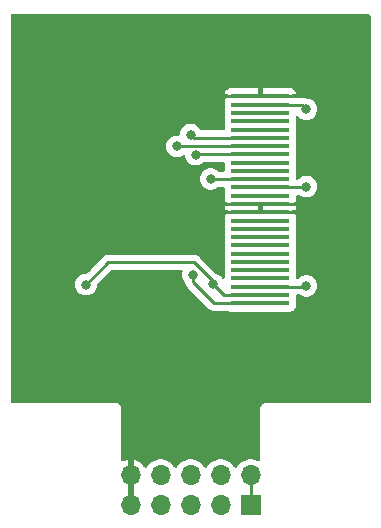
<source format=gbr>
%TF.GenerationSoftware,KiCad,Pcbnew,6.0.5+dfsg-1*%
%TF.CreationDate,2022-06-06T15:17:49+08:00*%
%TF.ProjectId,pcb-backbox,7063622d-6261-4636-9b62-6f782e6b6963,rev?*%
%TF.SameCoordinates,Original*%
%TF.FileFunction,Copper,L2,Bot*%
%TF.FilePolarity,Positive*%
%FSLAX46Y46*%
G04 Gerber Fmt 4.6, Leading zero omitted, Abs format (unit mm)*
G04 Created by KiCad (PCBNEW 6.0.5+dfsg-1) date 2022-06-06 15:17:49*
%MOMM*%
%LPD*%
G01*
G04 APERTURE LIST*
%TA.AperFunction,ComponentPad*%
%ADD10R,1.700000X1.700000*%
%TD*%
%TA.AperFunction,ComponentPad*%
%ADD11O,1.700000X1.700000*%
%TD*%
%TA.AperFunction,SMDPad,CuDef*%
%ADD12R,5.000000X0.400000*%
%TD*%
%TA.AperFunction,ViaPad*%
%ADD13C,0.800000*%
%TD*%
%TA.AperFunction,Conductor*%
%ADD14C,0.250000*%
%TD*%
G04 APERTURE END LIST*
D10*
%TO.P,J1,1,Pin_1*%
%TO.N,+3V3*%
X135630000Y-115590000D03*
D11*
%TO.P,J1,2,Pin_2*%
X135630000Y-113050000D03*
%TO.P,J1,3,Pin_3*%
%TO.N,SPI_SCK*%
X133090000Y-115590000D03*
%TO.P,J1,4,Pin_4*%
%TO.N,SPI_MOSI*%
X133090000Y-113050000D03*
%TO.P,J1,5,Pin_5*%
%TO.N,SPI_DC*%
X130550000Y-115590000D03*
%TO.P,J1,6,Pin_6*%
%TO.N,SPI_CS_LCD0*%
X130550000Y-113050000D03*
%TO.P,J1,7,Pin_7*%
%TO.N,LCD_RESET*%
X128010000Y-115590000D03*
%TO.P,J1,8,Pin_8*%
%TO.N,VBAT*%
X128010000Y-113050000D03*
%TO.P,J1,9,Pin_9*%
%TO.N,GND*%
X125470000Y-115590000D03*
%TO.P,J1,10,Pin_10*%
X125470000Y-113050000D03*
%TD*%
D12*
%TO.P,CON1,8,VSS*%
%TO.N,GND*%
X136450000Y-80970000D03*
%TO.P,CON1,9,VIO_1V8*%
%TO.N,+3V3*%
X136450000Y-81670000D03*
%TO.P,CON1,10,NC*%
%TO.N,unconnected-(CON1-Pad10)*%
X136450000Y-82370000D03*
%TO.P,CON1,11,NC*%
%TO.N,unconnected-(CON1-Pad11)*%
X136450000Y-83070000D03*
%TO.P,CON1,12,NC*%
%TO.N,unconnected-(CON1-Pad12)*%
X136450000Y-83770000D03*
%TO.P,CON1,13,~{CS}*%
%TO.N,SPI_CS_LCD0*%
X136450000Y-84470000D03*
%TO.P,CON1,14,~{RESET}*%
%TO.N,LCD_RESET*%
X136450000Y-85170000D03*
%TO.P,CON1,15,A0*%
%TO.N,SPI_DC*%
X136450000Y-85870000D03*
%TO.P,CON1,16,NC*%
%TO.N,unconnected-(CON1-Pad16)*%
X136450000Y-86570000D03*
%TO.P,CON1,17,NC*%
%TO.N,unconnected-(CON1-Pad17)*%
X136450000Y-87270000D03*
%TO.P,CON1,18,SCL*%
%TO.N,SPI_MOSI*%
X136450000Y-87970000D03*
%TO.P,CON1,19,SDA*%
%TO.N,SPI_SCK*%
X136450000Y-88670000D03*
%TO.P,CON1,20,NC*%
%TO.N,unconnected-(CON1-Pad20)*%
X136450000Y-89370000D03*
%TO.P,CON1,21,VSS*%
%TO.N,GND*%
X136450000Y-90070000D03*
%TO.P,CON1,22,VSS*%
X136450000Y-90770000D03*
%TO.P,CON1,23,NC*%
%TO.N,unconnected-(CON1-Pad23)*%
X136450000Y-91470000D03*
%TO.P,CON1,24,NC*%
%TO.N,unconnected-(CON1-Pad24)*%
X136450000Y-92170000D03*
%TO.P,CON1,25,NC*%
%TO.N,unconnected-(CON1-Pad25)*%
X136450000Y-92870000D03*
%TO.P,CON1,26,NC*%
%TO.N,unconnected-(CON1-Pad26)*%
X136450000Y-93570000D03*
%TO.P,CON1,27,NC*%
%TO.N,unconnected-(CON1-Pad27)*%
X136450000Y-94270000D03*
%TO.P,CON1,28,NC*%
%TO.N,unconnected-(CON1-Pad28)*%
X136450000Y-94970000D03*
%TO.P,CON1,29,NC*%
%TO.N,unconnected-(CON1-Pad29)*%
X136450000Y-95670000D03*
%TO.P,CON1,30,NC*%
%TO.N,unconnected-(CON1-Pad30)*%
X136450000Y-96370000D03*
%TO.P,CON1,31,VDD28*%
%TO.N,+3V3*%
X136450000Y-97070000D03*
%TO.P,CON1,32,LEDK-*%
%TO.N,BLCD_K*%
X136450000Y-97770000D03*
%TO.P,CON1,33,LEDA+*%
%TO.N,BLCD_A*%
X136450000Y-98470000D03*
%TD*%
D13*
%TO.N,GND*%
X122050000Y-98450000D03*
X129250000Y-92300000D03*
X142050000Y-93700000D03*
X128600000Y-98250000D03*
X121750000Y-95450000D03*
%TO.N,BLCD_A*%
X130750000Y-96050000D03*
%TO.N,+3V3*%
X140350000Y-97000000D03*
X140350000Y-82050000D03*
%TO.N,SPI_CS_LCD0*%
X130550000Y-84200000D03*
%TO.N,LCD_RESET*%
X129400000Y-85200000D03*
%TO.N,SPI_DC*%
X131000000Y-85900000D03*
%TO.N,SPI_MOSI*%
X132250000Y-87950000D03*
%TO.N,SPI_SCK*%
X140350000Y-88600000D03*
%TO.N,BLCD_K*%
X132450000Y-96850000D03*
X121700000Y-96900000D03*
%TD*%
D14*
%TO.N,GND*%
X136450000Y-80970000D02*
X140330000Y-80970000D01*
X136450000Y-90070000D02*
X140080000Y-90070000D01*
X136450000Y-90770000D02*
X132080000Y-90770000D01*
X136450000Y-90770000D02*
X140320000Y-90770000D01*
X136450000Y-80970000D02*
X132270000Y-80970000D01*
X136450000Y-90070000D02*
X131770000Y-90070000D01*
%TO.N,BLCD_A*%
X136450000Y-98470000D02*
X132520000Y-98470000D01*
X132520000Y-98470000D02*
X130750000Y-96700000D01*
X130750000Y-96700000D02*
X130750000Y-96050000D01*
%TO.N,+3V3*%
X140280000Y-97070000D02*
X136450000Y-97070000D01*
X135630000Y-115590000D02*
X135630000Y-113050000D01*
X140350000Y-82050000D02*
X139970000Y-81670000D01*
X139970000Y-81670000D02*
X136450000Y-81670000D01*
X140350000Y-97000000D02*
X140280000Y-97070000D01*
%TO.N,SPI_CS_LCD0*%
X130820000Y-84470000D02*
X136450000Y-84470000D01*
X130550000Y-84200000D02*
X130820000Y-84470000D01*
%TO.N,LCD_RESET*%
X129400000Y-85200000D02*
X129430000Y-85170000D01*
X129430000Y-85170000D02*
X136450000Y-85170000D01*
%TO.N,SPI_DC*%
X131000000Y-85900000D02*
X131030000Y-85870000D01*
X131030000Y-85870000D02*
X136450000Y-85870000D01*
%TO.N,SPI_MOSI*%
X132250000Y-87950000D02*
X132270000Y-87970000D01*
X132270000Y-87970000D02*
X136450000Y-87970000D01*
%TO.N,SPI_SCK*%
X140350000Y-88600000D02*
X140280000Y-88670000D01*
X140280000Y-88670000D02*
X136450000Y-88670000D01*
%TO.N,BLCD_K*%
X130850000Y-95000000D02*
X132450000Y-96600000D01*
X133370000Y-97770000D02*
X132450000Y-96850000D01*
X123600000Y-95000000D02*
X130850000Y-95000000D01*
X132450000Y-96600000D02*
X132450000Y-96850000D01*
X136450000Y-97770000D02*
X133370000Y-97770000D01*
X121700000Y-96900000D02*
X123600000Y-95000000D01*
%TD*%
%TA.AperFunction,Conductor*%
%TO.N,GND*%
G36*
X145733621Y-74028502D02*
G01*
X145780114Y-74082158D01*
X145791500Y-74134500D01*
X145791500Y-106815500D01*
X145771498Y-106883621D01*
X145717842Y-106930114D01*
X145665500Y-106941500D01*
X136958623Y-106941500D01*
X136957853Y-106941498D01*
X136957037Y-106941493D01*
X136880279Y-106941024D01*
X136857918Y-106947415D01*
X136851847Y-106949150D01*
X136835085Y-106952728D01*
X136805813Y-106956920D01*
X136784068Y-106966807D01*
X136782438Y-106967548D01*
X136764914Y-106973996D01*
X136740229Y-106981051D01*
X136732635Y-106985843D01*
X136732632Y-106985844D01*
X136715220Y-106996830D01*
X136700137Y-107004969D01*
X136673218Y-107017208D01*
X136666416Y-107023069D01*
X136653765Y-107033970D01*
X136638761Y-107045073D01*
X136617042Y-107058776D01*
X136611103Y-107065501D01*
X136611099Y-107065504D01*
X136597468Y-107080938D01*
X136585276Y-107092982D01*
X136569673Y-107106427D01*
X136569671Y-107106430D01*
X136562873Y-107112287D01*
X136557993Y-107119816D01*
X136557992Y-107119817D01*
X136548906Y-107133835D01*
X136537615Y-107148709D01*
X136526569Y-107161217D01*
X136520622Y-107167951D01*
X136510162Y-107190229D01*
X136508058Y-107194711D01*
X136499737Y-107209691D01*
X136488529Y-107226983D01*
X136488527Y-107226988D01*
X136483648Y-107234515D01*
X136481078Y-107243108D01*
X136481076Y-107243113D01*
X136476289Y-107259120D01*
X136469628Y-107276564D01*
X136462533Y-107291676D01*
X136458719Y-107299800D01*
X136457338Y-107308667D01*
X136457338Y-107308668D01*
X136454170Y-107329015D01*
X136450387Y-107345732D01*
X136444485Y-107365466D01*
X136444484Y-107365472D01*
X136441914Y-107374066D01*
X136441859Y-107383037D01*
X136441859Y-107383038D01*
X136441704Y-107408497D01*
X136441671Y-107409289D01*
X136441500Y-107410386D01*
X136441500Y-107441377D01*
X136441498Y-107442147D01*
X136441330Y-107469721D01*
X136441024Y-107519721D01*
X136441408Y-107521065D01*
X136441500Y-107522410D01*
X136441500Y-111732662D01*
X136421498Y-111800783D01*
X136367842Y-111847276D01*
X136297568Y-111857380D01*
X136254607Y-111842971D01*
X136193316Y-111809137D01*
X136188789Y-111806638D01*
X136183920Y-111804914D01*
X136183916Y-111804912D01*
X135983087Y-111733795D01*
X135983083Y-111733794D01*
X135978212Y-111732069D01*
X135973119Y-111731162D01*
X135973116Y-111731161D01*
X135763373Y-111693800D01*
X135763367Y-111693799D01*
X135758284Y-111692894D01*
X135684452Y-111691992D01*
X135540081Y-111690228D01*
X135540079Y-111690228D01*
X135534911Y-111690165D01*
X135314091Y-111723955D01*
X135101756Y-111793357D01*
X134903607Y-111896507D01*
X134899474Y-111899610D01*
X134899471Y-111899612D01*
X134875247Y-111917800D01*
X134724965Y-112030635D01*
X134570629Y-112192138D01*
X134463201Y-112349621D01*
X134408293Y-112394621D01*
X134337768Y-112402792D01*
X134274021Y-112371538D01*
X134253324Y-112347054D01*
X134172822Y-112222617D01*
X134172820Y-112222614D01*
X134170014Y-112218277D01*
X134019670Y-112053051D01*
X134015619Y-112049852D01*
X134015615Y-112049848D01*
X133848414Y-111917800D01*
X133848410Y-111917798D01*
X133844359Y-111914598D01*
X133648789Y-111806638D01*
X133643920Y-111804914D01*
X133643916Y-111804912D01*
X133443087Y-111733795D01*
X133443083Y-111733794D01*
X133438212Y-111732069D01*
X133433119Y-111731162D01*
X133433116Y-111731161D01*
X133223373Y-111693800D01*
X133223367Y-111693799D01*
X133218284Y-111692894D01*
X133144452Y-111691992D01*
X133000081Y-111690228D01*
X133000079Y-111690228D01*
X132994911Y-111690165D01*
X132774091Y-111723955D01*
X132561756Y-111793357D01*
X132363607Y-111896507D01*
X132359474Y-111899610D01*
X132359471Y-111899612D01*
X132335247Y-111917800D01*
X132184965Y-112030635D01*
X132030629Y-112192138D01*
X131923201Y-112349621D01*
X131868293Y-112394621D01*
X131797768Y-112402792D01*
X131734021Y-112371538D01*
X131713324Y-112347054D01*
X131632822Y-112222617D01*
X131632820Y-112222614D01*
X131630014Y-112218277D01*
X131479670Y-112053051D01*
X131475619Y-112049852D01*
X131475615Y-112049848D01*
X131308414Y-111917800D01*
X131308410Y-111917798D01*
X131304359Y-111914598D01*
X131108789Y-111806638D01*
X131103920Y-111804914D01*
X131103916Y-111804912D01*
X130903087Y-111733795D01*
X130903083Y-111733794D01*
X130898212Y-111732069D01*
X130893119Y-111731162D01*
X130893116Y-111731161D01*
X130683373Y-111693800D01*
X130683367Y-111693799D01*
X130678284Y-111692894D01*
X130604452Y-111691992D01*
X130460081Y-111690228D01*
X130460079Y-111690228D01*
X130454911Y-111690165D01*
X130234091Y-111723955D01*
X130021756Y-111793357D01*
X129823607Y-111896507D01*
X129819474Y-111899610D01*
X129819471Y-111899612D01*
X129795247Y-111917800D01*
X129644965Y-112030635D01*
X129490629Y-112192138D01*
X129383201Y-112349621D01*
X129328293Y-112394621D01*
X129257768Y-112402792D01*
X129194021Y-112371538D01*
X129173324Y-112347054D01*
X129092822Y-112222617D01*
X129092820Y-112222614D01*
X129090014Y-112218277D01*
X128939670Y-112053051D01*
X128935619Y-112049852D01*
X128935615Y-112049848D01*
X128768414Y-111917800D01*
X128768410Y-111917798D01*
X128764359Y-111914598D01*
X128568789Y-111806638D01*
X128563920Y-111804914D01*
X128563916Y-111804912D01*
X128363087Y-111733795D01*
X128363083Y-111733794D01*
X128358212Y-111732069D01*
X128353119Y-111731162D01*
X128353116Y-111731161D01*
X128143373Y-111693800D01*
X128143367Y-111693799D01*
X128138284Y-111692894D01*
X128064452Y-111691992D01*
X127920081Y-111690228D01*
X127920079Y-111690228D01*
X127914911Y-111690165D01*
X127694091Y-111723955D01*
X127481756Y-111793357D01*
X127283607Y-111896507D01*
X127279474Y-111899610D01*
X127279471Y-111899612D01*
X127255247Y-111917800D01*
X127104965Y-112030635D01*
X126950629Y-112192138D01*
X126843204Y-112349618D01*
X126842898Y-112350066D01*
X126787987Y-112395069D01*
X126717462Y-112403240D01*
X126653715Y-112371986D01*
X126633018Y-112347502D01*
X126552426Y-112222926D01*
X126546136Y-112214757D01*
X126402806Y-112057240D01*
X126395273Y-112050215D01*
X126228139Y-111918222D01*
X126219552Y-111912517D01*
X126033117Y-111809599D01*
X126023705Y-111805369D01*
X125822959Y-111734280D01*
X125812988Y-111731646D01*
X125741837Y-111718972D01*
X125728540Y-111720432D01*
X125724000Y-111734989D01*
X125724000Y-115718000D01*
X125703998Y-115786121D01*
X125650342Y-115832614D01*
X125598000Y-115844000D01*
X125342000Y-115844000D01*
X125273879Y-115823998D01*
X125227386Y-115770342D01*
X125216000Y-115718000D01*
X125216000Y-111733102D01*
X125212082Y-111719758D01*
X125197806Y-111717771D01*
X125159324Y-111723660D01*
X125149288Y-111726051D01*
X124946868Y-111792212D01*
X124937364Y-111796207D01*
X124842681Y-111845496D01*
X124773021Y-111859209D01*
X124707006Y-111833084D01*
X124665594Y-111775416D01*
X124658500Y-111733733D01*
X124658500Y-107408623D01*
X124658502Y-107407853D01*
X124658761Y-107365466D01*
X124658976Y-107330279D01*
X124650850Y-107301847D01*
X124647272Y-107285085D01*
X124644352Y-107264698D01*
X124643080Y-107255813D01*
X124632451Y-107232436D01*
X124626004Y-107214913D01*
X124618949Y-107190229D01*
X124614156Y-107182632D01*
X124603170Y-107165220D01*
X124595030Y-107150135D01*
X124594382Y-107148709D01*
X124582792Y-107123218D01*
X124566030Y-107103765D01*
X124554927Y-107088761D01*
X124541224Y-107067042D01*
X124534499Y-107061103D01*
X124534496Y-107061099D01*
X124519062Y-107047468D01*
X124507018Y-107035276D01*
X124493573Y-107019673D01*
X124493570Y-107019671D01*
X124487713Y-107012873D01*
X124475521Y-107004970D01*
X124466165Y-106998906D01*
X124451291Y-106987615D01*
X124438783Y-106976569D01*
X124438782Y-106976568D01*
X124432049Y-106970622D01*
X124405287Y-106958057D01*
X124390309Y-106949737D01*
X124373017Y-106938529D01*
X124373012Y-106938527D01*
X124365485Y-106933648D01*
X124356892Y-106931078D01*
X124356887Y-106931076D01*
X124340880Y-106926289D01*
X124323436Y-106919628D01*
X124308324Y-106912533D01*
X124308322Y-106912532D01*
X124300200Y-106908719D01*
X124291333Y-106907338D01*
X124291332Y-106907338D01*
X124281690Y-106905837D01*
X124270983Y-106904170D01*
X124254268Y-106900387D01*
X124234534Y-106894485D01*
X124234528Y-106894484D01*
X124225934Y-106891914D01*
X124216963Y-106891859D01*
X124216962Y-106891859D01*
X124206903Y-106891798D01*
X124191494Y-106891704D01*
X124190711Y-106891671D01*
X124189614Y-106891500D01*
X124158623Y-106891500D01*
X124157853Y-106891498D01*
X124084215Y-106891048D01*
X124084214Y-106891048D01*
X124080279Y-106891024D01*
X124078935Y-106891408D01*
X124077590Y-106891500D01*
X115434500Y-106891500D01*
X115366379Y-106871498D01*
X115319886Y-106817842D01*
X115308500Y-106765500D01*
X115308500Y-96900000D01*
X120786496Y-96900000D01*
X120806458Y-97089928D01*
X120865473Y-97271556D01*
X120960960Y-97436944D01*
X121088747Y-97578866D01*
X121187843Y-97650864D01*
X121226385Y-97678866D01*
X121243248Y-97691118D01*
X121249276Y-97693802D01*
X121249278Y-97693803D01*
X121411681Y-97766109D01*
X121417712Y-97768794D01*
X121504479Y-97787237D01*
X121598056Y-97807128D01*
X121598061Y-97807128D01*
X121604513Y-97808500D01*
X121795487Y-97808500D01*
X121801939Y-97807128D01*
X121801944Y-97807128D01*
X121895521Y-97787237D01*
X121982288Y-97768794D01*
X121988319Y-97766109D01*
X122150722Y-97693803D01*
X122150724Y-97693802D01*
X122156752Y-97691118D01*
X122173616Y-97678866D01*
X122212157Y-97650864D01*
X122311253Y-97578866D01*
X122439040Y-97436944D01*
X122534527Y-97271556D01*
X122593542Y-97089928D01*
X122610907Y-96924706D01*
X122637920Y-96859050D01*
X122647122Y-96848782D01*
X123825500Y-95670405D01*
X123887812Y-95636379D01*
X123914595Y-95633500D01*
X129756652Y-95633500D01*
X129824773Y-95653502D01*
X129871266Y-95707158D01*
X129881370Y-95777432D01*
X129876486Y-95798433D01*
X129856458Y-95860072D01*
X129855768Y-95866633D01*
X129855768Y-95866635D01*
X129838471Y-96031206D01*
X129836496Y-96050000D01*
X129837186Y-96056565D01*
X129854483Y-96221134D01*
X129856458Y-96239928D01*
X129915473Y-96421556D01*
X130010960Y-96586944D01*
X130084994Y-96669167D01*
X130115710Y-96733172D01*
X130116463Y-96739849D01*
X130116498Y-96739845D01*
X130117005Y-96743856D01*
X130117938Y-96755693D01*
X130119327Y-96799889D01*
X130124978Y-96819339D01*
X130128987Y-96838700D01*
X130131526Y-96858797D01*
X130134445Y-96866168D01*
X130134445Y-96866170D01*
X130147804Y-96899912D01*
X130151649Y-96911142D01*
X130163982Y-96953593D01*
X130168015Y-96960412D01*
X130168017Y-96960417D01*
X130174293Y-96971028D01*
X130182988Y-96988776D01*
X130190448Y-97007617D01*
X130195110Y-97014033D01*
X130195110Y-97014034D01*
X130216436Y-97043387D01*
X130222952Y-97053307D01*
X130240729Y-97083365D01*
X130245458Y-97091362D01*
X130259779Y-97105683D01*
X130272619Y-97120716D01*
X130284528Y-97137107D01*
X130290634Y-97142158D01*
X130318605Y-97165298D01*
X130327384Y-97173288D01*
X132016348Y-98862253D01*
X132023888Y-98870539D01*
X132028000Y-98877018D01*
X132033777Y-98882443D01*
X132077651Y-98923643D01*
X132080493Y-98926398D01*
X132100230Y-98946135D01*
X132103427Y-98948615D01*
X132112447Y-98956318D01*
X132144679Y-98986586D01*
X132151625Y-98990405D01*
X132151628Y-98990407D01*
X132162434Y-98996348D01*
X132178953Y-99007199D01*
X132194959Y-99019614D01*
X132202228Y-99022759D01*
X132202232Y-99022762D01*
X132235537Y-99037174D01*
X132246187Y-99042391D01*
X132284940Y-99063695D01*
X132292615Y-99065666D01*
X132292616Y-99065666D01*
X132304562Y-99068733D01*
X132323267Y-99075137D01*
X132341855Y-99083181D01*
X132349678Y-99084420D01*
X132349688Y-99084423D01*
X132385524Y-99090099D01*
X132397144Y-99092505D01*
X132432289Y-99101528D01*
X132439970Y-99103500D01*
X132460224Y-99103500D01*
X132479934Y-99105051D01*
X132499943Y-99108220D01*
X132507835Y-99107474D01*
X132543961Y-99104059D01*
X132555819Y-99103500D01*
X133642450Y-99103500D01*
X133700158Y-99118264D01*
X133703295Y-99120615D01*
X133839684Y-99171745D01*
X133901866Y-99178500D01*
X138998134Y-99178500D01*
X139060316Y-99171745D01*
X139196705Y-99120615D01*
X139313261Y-99033261D01*
X139400615Y-98916705D01*
X139451745Y-98780316D01*
X139458500Y-98718134D01*
X139458500Y-98221866D01*
X139451745Y-98159684D01*
X139448971Y-98152285D01*
X139448225Y-98149146D01*
X139448225Y-98090854D01*
X139448971Y-98087715D01*
X139451745Y-98080316D01*
X139458500Y-98018134D01*
X139458500Y-97829500D01*
X139478502Y-97761379D01*
X139532158Y-97714886D01*
X139584500Y-97703500D01*
X139731713Y-97703500D01*
X139799834Y-97723502D01*
X139805774Y-97727564D01*
X139893248Y-97791118D01*
X139899276Y-97793802D01*
X139899278Y-97793803D01*
X140061681Y-97866109D01*
X140067712Y-97868794D01*
X140161112Y-97888647D01*
X140248056Y-97907128D01*
X140248061Y-97907128D01*
X140254513Y-97908500D01*
X140445487Y-97908500D01*
X140451939Y-97907128D01*
X140451944Y-97907128D01*
X140538888Y-97888647D01*
X140632288Y-97868794D01*
X140638319Y-97866109D01*
X140800722Y-97793803D01*
X140800724Y-97793802D01*
X140806752Y-97791118D01*
X140961253Y-97678866D01*
X141089040Y-97536944D01*
X141184527Y-97371556D01*
X141243542Y-97189928D01*
X141252397Y-97105683D01*
X141262814Y-97006565D01*
X141263504Y-97000000D01*
X141259344Y-96960417D01*
X141244232Y-96816635D01*
X141244232Y-96816633D01*
X141243542Y-96810072D01*
X141184527Y-96628444D01*
X141089040Y-96463056D01*
X140961253Y-96321134D01*
X140830375Y-96226045D01*
X140812094Y-96212763D01*
X140812093Y-96212762D01*
X140806752Y-96208882D01*
X140800724Y-96206198D01*
X140800722Y-96206197D01*
X140638319Y-96133891D01*
X140638318Y-96133891D01*
X140632288Y-96131206D01*
X140538887Y-96111353D01*
X140451944Y-96092872D01*
X140451939Y-96092872D01*
X140445487Y-96091500D01*
X140254513Y-96091500D01*
X140248061Y-96092872D01*
X140248056Y-96092872D01*
X140161113Y-96111353D01*
X140067712Y-96131206D01*
X140061682Y-96133891D01*
X140061681Y-96133891D01*
X139899278Y-96206197D01*
X139899276Y-96206198D01*
X139893248Y-96208882D01*
X139887907Y-96212762D01*
X139887906Y-96212763D01*
X139869625Y-96226045D01*
X139738747Y-96321134D01*
X139678135Y-96388451D01*
X139617690Y-96425689D01*
X139546706Y-96424337D01*
X139487722Y-96384823D01*
X139459464Y-96319693D01*
X139458500Y-96304139D01*
X139458500Y-96121866D01*
X139451745Y-96059684D01*
X139448971Y-96052285D01*
X139448225Y-96049146D01*
X139448225Y-95990854D01*
X139448971Y-95987715D01*
X139451745Y-95980316D01*
X139458500Y-95918134D01*
X139458500Y-95421866D01*
X139451745Y-95359684D01*
X139448971Y-95352285D01*
X139448225Y-95349146D01*
X139448225Y-95290854D01*
X139448971Y-95287715D01*
X139451745Y-95280316D01*
X139458500Y-95218134D01*
X139458500Y-94721866D01*
X139451745Y-94659684D01*
X139448971Y-94652285D01*
X139448225Y-94649146D01*
X139448225Y-94590854D01*
X139448971Y-94587715D01*
X139451745Y-94580316D01*
X139458500Y-94518134D01*
X139458500Y-94021866D01*
X139451745Y-93959684D01*
X139448971Y-93952285D01*
X139448225Y-93949146D01*
X139448225Y-93890854D01*
X139448971Y-93887715D01*
X139451745Y-93880316D01*
X139458500Y-93818134D01*
X139458500Y-93321866D01*
X139451745Y-93259684D01*
X139448971Y-93252285D01*
X139448225Y-93249146D01*
X139448225Y-93190854D01*
X139448971Y-93187715D01*
X139451745Y-93180316D01*
X139458500Y-93118134D01*
X139458500Y-92621866D01*
X139451745Y-92559684D01*
X139448971Y-92552285D01*
X139448225Y-92549146D01*
X139448225Y-92490854D01*
X139448971Y-92487715D01*
X139451745Y-92480316D01*
X139458500Y-92418134D01*
X139458500Y-91921866D01*
X139451745Y-91859684D01*
X139448971Y-91852285D01*
X139448225Y-91849146D01*
X139448225Y-91790854D01*
X139448971Y-91787715D01*
X139451745Y-91780316D01*
X139458500Y-91718134D01*
X139458500Y-91221866D01*
X139451745Y-91159684D01*
X139448971Y-91152284D01*
X139447966Y-91148058D01*
X139447966Y-91089761D01*
X139452105Y-91072354D01*
X139457631Y-91021486D01*
X139458000Y-91014672D01*
X139458000Y-90988115D01*
X139453525Y-90972876D01*
X139452135Y-90971671D01*
X139444452Y-90970000D01*
X139423700Y-90970000D01*
X139355579Y-90949998D01*
X139322873Y-90919564D01*
X139318645Y-90913922D01*
X139318642Y-90913919D01*
X139313261Y-90906739D01*
X139306081Y-90901358D01*
X139306078Y-90901355D01*
X139242502Y-90853708D01*
X139196705Y-90819385D01*
X139182291Y-90813982D01*
X139125528Y-90771339D01*
X139100829Y-90704778D01*
X139116037Y-90635429D01*
X139166324Y-90585311D01*
X139226523Y-90570000D01*
X139439884Y-90570000D01*
X139455123Y-90565525D01*
X139456328Y-90564135D01*
X139457999Y-90556452D01*
X139457999Y-90525331D01*
X139457629Y-90518510D01*
X139452105Y-90467646D01*
X139447706Y-90449143D01*
X139447706Y-90390854D01*
X139452105Y-90372351D01*
X139457631Y-90321486D01*
X139458000Y-90314672D01*
X139458000Y-90288115D01*
X139453525Y-90272876D01*
X139452135Y-90271671D01*
X139444452Y-90270000D01*
X139226523Y-90270000D01*
X139158402Y-90249998D01*
X139111909Y-90196342D01*
X139101805Y-90126068D01*
X139131299Y-90061488D01*
X139182291Y-90026018D01*
X139196705Y-90020615D01*
X139242502Y-89986292D01*
X139306078Y-89938645D01*
X139306081Y-89938642D01*
X139313261Y-89933261D01*
X139318642Y-89926081D01*
X139318645Y-89926078D01*
X139322873Y-89920436D01*
X139379731Y-89877921D01*
X139423700Y-89870000D01*
X139439884Y-89870000D01*
X139455123Y-89865525D01*
X139456328Y-89864135D01*
X139457999Y-89856452D01*
X139457999Y-89825331D01*
X139457629Y-89818510D01*
X139452105Y-89767651D01*
X139447965Y-89750236D01*
X139447966Y-89691942D01*
X139448971Y-89687716D01*
X139451745Y-89680316D01*
X139458500Y-89618134D01*
X139458500Y-89429500D01*
X139478502Y-89361379D01*
X139532158Y-89314886D01*
X139584500Y-89303500D01*
X139731713Y-89303500D01*
X139799834Y-89323502D01*
X139805774Y-89327564D01*
X139893248Y-89391118D01*
X139899276Y-89393802D01*
X139899278Y-89393803D01*
X140061681Y-89466109D01*
X140067712Y-89468794D01*
X140161113Y-89488647D01*
X140248056Y-89507128D01*
X140248061Y-89507128D01*
X140254513Y-89508500D01*
X140445487Y-89508500D01*
X140451939Y-89507128D01*
X140451944Y-89507128D01*
X140538887Y-89488647D01*
X140632288Y-89468794D01*
X140638319Y-89466109D01*
X140800722Y-89393803D01*
X140800724Y-89393802D01*
X140806752Y-89391118D01*
X140961253Y-89278866D01*
X141089040Y-89136944D01*
X141173385Y-88990854D01*
X141181223Y-88977279D01*
X141181224Y-88977278D01*
X141184527Y-88971556D01*
X141243542Y-88789928D01*
X141255395Y-88677158D01*
X141262814Y-88606565D01*
X141263504Y-88600000D01*
X141252137Y-88491852D01*
X141244232Y-88416635D01*
X141244232Y-88416633D01*
X141243542Y-88410072D01*
X141184527Y-88228444D01*
X141089040Y-88063056D01*
X140961253Y-87921134D01*
X140806752Y-87808882D01*
X140800724Y-87806198D01*
X140800722Y-87806197D01*
X140638319Y-87733891D01*
X140638318Y-87733891D01*
X140632288Y-87731206D01*
X140538888Y-87711353D01*
X140451944Y-87692872D01*
X140451939Y-87692872D01*
X140445487Y-87691500D01*
X140254513Y-87691500D01*
X140248061Y-87692872D01*
X140248056Y-87692872D01*
X140161113Y-87711353D01*
X140067712Y-87731206D01*
X140061682Y-87733891D01*
X140061681Y-87733891D01*
X139899278Y-87806197D01*
X139899276Y-87806198D01*
X139893248Y-87808882D01*
X139738747Y-87921134D01*
X139678135Y-87988451D01*
X139617690Y-88025689D01*
X139546706Y-88024337D01*
X139487722Y-87984823D01*
X139459464Y-87919693D01*
X139458500Y-87904139D01*
X139458500Y-87721866D01*
X139451745Y-87659684D01*
X139448971Y-87652285D01*
X139448225Y-87649146D01*
X139448225Y-87590854D01*
X139448971Y-87587715D01*
X139451745Y-87580316D01*
X139458500Y-87518134D01*
X139458500Y-87021866D01*
X139451745Y-86959684D01*
X139448971Y-86952285D01*
X139448225Y-86949146D01*
X139448225Y-86890854D01*
X139448971Y-86887715D01*
X139451745Y-86880316D01*
X139458500Y-86818134D01*
X139458500Y-86321866D01*
X139451745Y-86259684D01*
X139448971Y-86252285D01*
X139448225Y-86249146D01*
X139448225Y-86190854D01*
X139448971Y-86187715D01*
X139451745Y-86180316D01*
X139458500Y-86118134D01*
X139458500Y-85621866D01*
X139451745Y-85559684D01*
X139448971Y-85552285D01*
X139448225Y-85549146D01*
X139448225Y-85490854D01*
X139448971Y-85487715D01*
X139451745Y-85480316D01*
X139458500Y-85418134D01*
X139458500Y-84921866D01*
X139451745Y-84859684D01*
X139448971Y-84852285D01*
X139448225Y-84849146D01*
X139448225Y-84790854D01*
X139448971Y-84787715D01*
X139451745Y-84780316D01*
X139458500Y-84718134D01*
X139458500Y-84221866D01*
X139451745Y-84159684D01*
X139448971Y-84152285D01*
X139448225Y-84149146D01*
X139448225Y-84090854D01*
X139448971Y-84087715D01*
X139451745Y-84080316D01*
X139458500Y-84018134D01*
X139458500Y-83521866D01*
X139451745Y-83459684D01*
X139448971Y-83452285D01*
X139448225Y-83449146D01*
X139448225Y-83390854D01*
X139448971Y-83387715D01*
X139451745Y-83380316D01*
X139458500Y-83318134D01*
X139458500Y-82821866D01*
X139451745Y-82759684D01*
X139451874Y-82759670D01*
X139455369Y-82692724D01*
X139496814Y-82635081D01*
X139562844Y-82608994D01*
X139632496Y-82622748D01*
X139667884Y-82650164D01*
X139738747Y-82728866D01*
X139893248Y-82841118D01*
X139899276Y-82843802D01*
X139899278Y-82843803D01*
X140061681Y-82916109D01*
X140067712Y-82918794D01*
X140161113Y-82938647D01*
X140248056Y-82957128D01*
X140248061Y-82957128D01*
X140254513Y-82958500D01*
X140445487Y-82958500D01*
X140451939Y-82957128D01*
X140451944Y-82957128D01*
X140538887Y-82938647D01*
X140632288Y-82918794D01*
X140638319Y-82916109D01*
X140800722Y-82843803D01*
X140800724Y-82843802D01*
X140806752Y-82841118D01*
X140961253Y-82728866D01*
X140969236Y-82720000D01*
X141084621Y-82591852D01*
X141084622Y-82591851D01*
X141089040Y-82586944D01*
X141184527Y-82421556D01*
X141243542Y-82239928D01*
X141261661Y-82067540D01*
X141262814Y-82056565D01*
X141263504Y-82050000D01*
X141250002Y-81921531D01*
X141244232Y-81866635D01*
X141244232Y-81866633D01*
X141243542Y-81860072D01*
X141184527Y-81678444D01*
X141089040Y-81513056D01*
X140961253Y-81371134D01*
X140806752Y-81258882D01*
X140800724Y-81256198D01*
X140800722Y-81256197D01*
X140638319Y-81183891D01*
X140638318Y-81183891D01*
X140632288Y-81181206D01*
X140538888Y-81161353D01*
X140451944Y-81142872D01*
X140451939Y-81142872D01*
X140445487Y-81141500D01*
X140363261Y-81141500D01*
X140299924Y-81124173D01*
X140295041Y-81120386D01*
X140263505Y-81106739D01*
X140254463Y-81102826D01*
X140243813Y-81097609D01*
X140205060Y-81076305D01*
X140185437Y-81071267D01*
X140166734Y-81064863D01*
X140155420Y-81059967D01*
X140155419Y-81059967D01*
X140148145Y-81056819D01*
X140140322Y-81055580D01*
X140140312Y-81055577D01*
X140104476Y-81049901D01*
X140092856Y-81047495D01*
X140057711Y-81038472D01*
X140057710Y-81038472D01*
X140050030Y-81036500D01*
X140029776Y-81036500D01*
X140010065Y-81034949D01*
X139997886Y-81033020D01*
X139990057Y-81031780D01*
X139982165Y-81032526D01*
X139946039Y-81035941D01*
X139934181Y-81036500D01*
X139257550Y-81036500D01*
X139199842Y-81021736D01*
X139196705Y-81019385D01*
X139182291Y-81013982D01*
X139125528Y-80971339D01*
X139100829Y-80904778D01*
X139116037Y-80835429D01*
X139166324Y-80785311D01*
X139226523Y-80770000D01*
X139439884Y-80770000D01*
X139455123Y-80765525D01*
X139456328Y-80764135D01*
X139457999Y-80756452D01*
X139457999Y-80725331D01*
X139457629Y-80718510D01*
X139452105Y-80667648D01*
X139448479Y-80652396D01*
X139403324Y-80531946D01*
X139394786Y-80516351D01*
X139318285Y-80414276D01*
X139305724Y-80401715D01*
X139203649Y-80325214D01*
X139188054Y-80316676D01*
X139067606Y-80271522D01*
X139052351Y-80267895D01*
X139001486Y-80262369D01*
X138994672Y-80262000D01*
X136668115Y-80262000D01*
X136652876Y-80266475D01*
X136651671Y-80267865D01*
X136650000Y-80275548D01*
X136650000Y-80751886D01*
X136664128Y-80800003D01*
X136664128Y-80870999D01*
X136625744Y-80930725D01*
X136561163Y-80960218D01*
X136543232Y-80961500D01*
X136353213Y-80961500D01*
X136285092Y-80941498D01*
X136238599Y-80887842D01*
X136228495Y-80817568D01*
X136244174Y-80783237D01*
X136250000Y-80756452D01*
X136250000Y-80280116D01*
X136245525Y-80264877D01*
X136244135Y-80263672D01*
X136236452Y-80262001D01*
X133905331Y-80262001D01*
X133898510Y-80262371D01*
X133847648Y-80267895D01*
X133832396Y-80271521D01*
X133711946Y-80316676D01*
X133696351Y-80325214D01*
X133594276Y-80401715D01*
X133581715Y-80414276D01*
X133505214Y-80516351D01*
X133496676Y-80531946D01*
X133451522Y-80652394D01*
X133447895Y-80667649D01*
X133442369Y-80718514D01*
X133442000Y-80725328D01*
X133442000Y-80751885D01*
X133446475Y-80767124D01*
X133447865Y-80768329D01*
X133455548Y-80770000D01*
X133673477Y-80770000D01*
X133741598Y-80790002D01*
X133788091Y-80843658D01*
X133798195Y-80913932D01*
X133768701Y-80978512D01*
X133717709Y-81013982D01*
X133703295Y-81019385D01*
X133665788Y-81047495D01*
X133593922Y-81101355D01*
X133593919Y-81101358D01*
X133586739Y-81106739D01*
X133581358Y-81113919D01*
X133581355Y-81113922D01*
X133577127Y-81119564D01*
X133520269Y-81162079D01*
X133476300Y-81170000D01*
X133460116Y-81170000D01*
X133444877Y-81174475D01*
X133443672Y-81175865D01*
X133442001Y-81183548D01*
X133442001Y-81214669D01*
X133442371Y-81221490D01*
X133447895Y-81272349D01*
X133452035Y-81289764D01*
X133452034Y-81348058D01*
X133451029Y-81352284D01*
X133448255Y-81359684D01*
X133441500Y-81421866D01*
X133441500Y-81918134D01*
X133448255Y-81980316D01*
X133451029Y-81987715D01*
X133451775Y-81990854D01*
X133451775Y-82049146D01*
X133451029Y-82052285D01*
X133448255Y-82059684D01*
X133441500Y-82121866D01*
X133441500Y-82618134D01*
X133448255Y-82680316D01*
X133451029Y-82687715D01*
X133451775Y-82690854D01*
X133451775Y-82749146D01*
X133451029Y-82752285D01*
X133448255Y-82759684D01*
X133441500Y-82821866D01*
X133441500Y-83318134D01*
X133448255Y-83380316D01*
X133451029Y-83387715D01*
X133451775Y-83390854D01*
X133451775Y-83449146D01*
X133451029Y-83452285D01*
X133448255Y-83459684D01*
X133441500Y-83521866D01*
X133441500Y-83710500D01*
X133421498Y-83778621D01*
X133367842Y-83825114D01*
X133315500Y-83836500D01*
X131461924Y-83836500D01*
X131393803Y-83816498D01*
X131352805Y-83773500D01*
X131292341Y-83668774D01*
X131289040Y-83663056D01*
X131161253Y-83521134D01*
X131006752Y-83408882D01*
X131000724Y-83406198D01*
X131000722Y-83406197D01*
X130838319Y-83333891D01*
X130838318Y-83333891D01*
X130832288Y-83331206D01*
X130738887Y-83311353D01*
X130651944Y-83292872D01*
X130651939Y-83292872D01*
X130645487Y-83291500D01*
X130454513Y-83291500D01*
X130448061Y-83292872D01*
X130448056Y-83292872D01*
X130361113Y-83311353D01*
X130267712Y-83331206D01*
X130261682Y-83333891D01*
X130261681Y-83333891D01*
X130099278Y-83406197D01*
X130099276Y-83406198D01*
X130093248Y-83408882D01*
X129938747Y-83521134D01*
X129810960Y-83663056D01*
X129715473Y-83828444D01*
X129656458Y-84010072D01*
X129655768Y-84016633D01*
X129655768Y-84016635D01*
X129638542Y-84180535D01*
X129611529Y-84246192D01*
X129553307Y-84286822D01*
X129500690Y-84292606D01*
X129495487Y-84291500D01*
X129304513Y-84291500D01*
X129298061Y-84292872D01*
X129298056Y-84292872D01*
X129211113Y-84311353D01*
X129117712Y-84331206D01*
X129111682Y-84333891D01*
X129111681Y-84333891D01*
X128949278Y-84406197D01*
X128949276Y-84406198D01*
X128943248Y-84408882D01*
X128788747Y-84521134D01*
X128660960Y-84663056D01*
X128565473Y-84828444D01*
X128506458Y-85010072D01*
X128486496Y-85200000D01*
X128506458Y-85389928D01*
X128565473Y-85571556D01*
X128660960Y-85736944D01*
X128788747Y-85878866D01*
X128943248Y-85991118D01*
X128949276Y-85993802D01*
X128949278Y-85993803D01*
X129111681Y-86066109D01*
X129117712Y-86068794D01*
X129186263Y-86083365D01*
X129298056Y-86107128D01*
X129298061Y-86107128D01*
X129304513Y-86108500D01*
X129495487Y-86108500D01*
X129501939Y-86107128D01*
X129501944Y-86107128D01*
X129613737Y-86083365D01*
X129682288Y-86068794D01*
X129688319Y-86066109D01*
X129850722Y-85993803D01*
X129850724Y-85993802D01*
X129856752Y-85991118D01*
X129902535Y-85957855D01*
X129969402Y-85933996D01*
X130038553Y-85950075D01*
X130088034Y-86000989D01*
X130101906Y-86046619D01*
X130103955Y-86066109D01*
X130106458Y-86089928D01*
X130165473Y-86271556D01*
X130260960Y-86436944D01*
X130388747Y-86578866D01*
X130543248Y-86691118D01*
X130549276Y-86693802D01*
X130549278Y-86693803D01*
X130711681Y-86766109D01*
X130717712Y-86768794D01*
X130811112Y-86788647D01*
X130898056Y-86807128D01*
X130898061Y-86807128D01*
X130904513Y-86808500D01*
X131095487Y-86808500D01*
X131101939Y-86807128D01*
X131101944Y-86807128D01*
X131188888Y-86788647D01*
X131282288Y-86768794D01*
X131288319Y-86766109D01*
X131450722Y-86693803D01*
X131450724Y-86693802D01*
X131456752Y-86691118D01*
X131611253Y-86578866D01*
X131641576Y-86545189D01*
X131702022Y-86507950D01*
X131735212Y-86503500D01*
X133315500Y-86503500D01*
X133383621Y-86523502D01*
X133430114Y-86577158D01*
X133441500Y-86629500D01*
X133441500Y-86818134D01*
X133448255Y-86880316D01*
X133451029Y-86887715D01*
X133451775Y-86890854D01*
X133451775Y-86949146D01*
X133451029Y-86952285D01*
X133448255Y-86959684D01*
X133441500Y-87021866D01*
X133441500Y-87210500D01*
X133421498Y-87278621D01*
X133367842Y-87325114D01*
X133315500Y-87336500D01*
X132976208Y-87336500D01*
X132908087Y-87316498D01*
X132882572Y-87294811D01*
X132865668Y-87276037D01*
X132865666Y-87276036D01*
X132861253Y-87271134D01*
X132706752Y-87158882D01*
X132700724Y-87156198D01*
X132700722Y-87156197D01*
X132538319Y-87083891D01*
X132538318Y-87083891D01*
X132532288Y-87081206D01*
X132438888Y-87061353D01*
X132351944Y-87042872D01*
X132351939Y-87042872D01*
X132345487Y-87041500D01*
X132154513Y-87041500D01*
X132148061Y-87042872D01*
X132148056Y-87042872D01*
X132061113Y-87061353D01*
X131967712Y-87081206D01*
X131961682Y-87083891D01*
X131961681Y-87083891D01*
X131799278Y-87156197D01*
X131799276Y-87156198D01*
X131793248Y-87158882D01*
X131638747Y-87271134D01*
X131510960Y-87413056D01*
X131415473Y-87578444D01*
X131356458Y-87760072D01*
X131336496Y-87950000D01*
X131337186Y-87956565D01*
X131348980Y-88068774D01*
X131356458Y-88139928D01*
X131415473Y-88321556D01*
X131510960Y-88486944D01*
X131638747Y-88628866D01*
X131793248Y-88741118D01*
X131799276Y-88743802D01*
X131799278Y-88743803D01*
X131916978Y-88796206D01*
X131967712Y-88818794D01*
X132061113Y-88838647D01*
X132148056Y-88857128D01*
X132148061Y-88857128D01*
X132154513Y-88858500D01*
X132345487Y-88858500D01*
X132351939Y-88857128D01*
X132351944Y-88857128D01*
X132438887Y-88838647D01*
X132532288Y-88818794D01*
X132583022Y-88796206D01*
X132700722Y-88743803D01*
X132700724Y-88743802D01*
X132706752Y-88741118D01*
X132861253Y-88628866D01*
X132862747Y-88630922D01*
X132916456Y-88605147D01*
X132936760Y-88603500D01*
X133315500Y-88603500D01*
X133383621Y-88623502D01*
X133430114Y-88677158D01*
X133441500Y-88729500D01*
X133441500Y-88918134D01*
X133448255Y-88980316D01*
X133451029Y-88987715D01*
X133451775Y-88990854D01*
X133451775Y-89049146D01*
X133451029Y-89052285D01*
X133448255Y-89059684D01*
X133441500Y-89121866D01*
X133441500Y-89618134D01*
X133448255Y-89680316D01*
X133451029Y-89687716D01*
X133452034Y-89691942D01*
X133452034Y-89750239D01*
X133447895Y-89767646D01*
X133442369Y-89818514D01*
X133442000Y-89825328D01*
X133442000Y-89851885D01*
X133446475Y-89867124D01*
X133447865Y-89868329D01*
X133455548Y-89870000D01*
X133476300Y-89870000D01*
X133544421Y-89890002D01*
X133577127Y-89920436D01*
X133581355Y-89926078D01*
X133581358Y-89926081D01*
X133586739Y-89933261D01*
X133593919Y-89938642D01*
X133593922Y-89938645D01*
X133657498Y-89986292D01*
X133703295Y-90020615D01*
X133717709Y-90026018D01*
X133774472Y-90068661D01*
X133799171Y-90135222D01*
X133783963Y-90204571D01*
X133733676Y-90254689D01*
X133673477Y-90270000D01*
X133460116Y-90270000D01*
X133444877Y-90274475D01*
X133443672Y-90275865D01*
X133442001Y-90283548D01*
X133442001Y-90314669D01*
X133442371Y-90321490D01*
X133447895Y-90372354D01*
X133452294Y-90390857D01*
X133452294Y-90449146D01*
X133447895Y-90467649D01*
X133442369Y-90518514D01*
X133442000Y-90525328D01*
X133442000Y-90551885D01*
X133446475Y-90567124D01*
X133447865Y-90568329D01*
X133455548Y-90570000D01*
X133673477Y-90570000D01*
X133741598Y-90590002D01*
X133788091Y-90643658D01*
X133798195Y-90713932D01*
X133768701Y-90778512D01*
X133717709Y-90813982D01*
X133703295Y-90819385D01*
X133657498Y-90853708D01*
X133593922Y-90901355D01*
X133593919Y-90901358D01*
X133586739Y-90906739D01*
X133581358Y-90913919D01*
X133581355Y-90913922D01*
X133577127Y-90919564D01*
X133520269Y-90962079D01*
X133476300Y-90970000D01*
X133460116Y-90970000D01*
X133444877Y-90974475D01*
X133443672Y-90975865D01*
X133442001Y-90983548D01*
X133442001Y-91014669D01*
X133442371Y-91021490D01*
X133447895Y-91072349D01*
X133452035Y-91089764D01*
X133452034Y-91148058D01*
X133451029Y-91152284D01*
X133448255Y-91159684D01*
X133441500Y-91221866D01*
X133441500Y-91718134D01*
X133448255Y-91780316D01*
X133451029Y-91787715D01*
X133451775Y-91790854D01*
X133451775Y-91849146D01*
X133451029Y-91852285D01*
X133448255Y-91859684D01*
X133441500Y-91921866D01*
X133441500Y-92418134D01*
X133448255Y-92480316D01*
X133451029Y-92487715D01*
X133451775Y-92490854D01*
X133451775Y-92549146D01*
X133451029Y-92552285D01*
X133448255Y-92559684D01*
X133441500Y-92621866D01*
X133441500Y-93118134D01*
X133448255Y-93180316D01*
X133451029Y-93187715D01*
X133451775Y-93190854D01*
X133451775Y-93249146D01*
X133451029Y-93252285D01*
X133448255Y-93259684D01*
X133441500Y-93321866D01*
X133441500Y-93818134D01*
X133448255Y-93880316D01*
X133451029Y-93887715D01*
X133451775Y-93890854D01*
X133451775Y-93949146D01*
X133451029Y-93952285D01*
X133448255Y-93959684D01*
X133441500Y-94021866D01*
X133441500Y-94518134D01*
X133448255Y-94580316D01*
X133451029Y-94587715D01*
X133451775Y-94590854D01*
X133451775Y-94649146D01*
X133451029Y-94652285D01*
X133448255Y-94659684D01*
X133441500Y-94721866D01*
X133441500Y-95218134D01*
X133448255Y-95280316D01*
X133451029Y-95287715D01*
X133451775Y-95290854D01*
X133451775Y-95349146D01*
X133451029Y-95352285D01*
X133448255Y-95359684D01*
X133441500Y-95421866D01*
X133441500Y-95918134D01*
X133448255Y-95980316D01*
X133451029Y-95987715D01*
X133451775Y-95990854D01*
X133451775Y-96049146D01*
X133451029Y-96052285D01*
X133448255Y-96059684D01*
X133441500Y-96121866D01*
X133441500Y-96280091D01*
X133421498Y-96348212D01*
X133367842Y-96394705D01*
X133297568Y-96404809D01*
X133232988Y-96375315D01*
X133206381Y-96343092D01*
X133196539Y-96326045D01*
X133189040Y-96313056D01*
X133095242Y-96208882D01*
X133065675Y-96176045D01*
X133065674Y-96176044D01*
X133061253Y-96171134D01*
X132906752Y-96058882D01*
X132900724Y-96056198D01*
X132900722Y-96056197D01*
X132744286Y-95986548D01*
X132706440Y-95960536D01*
X131353652Y-94607747D01*
X131346112Y-94599461D01*
X131342000Y-94592982D01*
X131292348Y-94546356D01*
X131289507Y-94543602D01*
X131269770Y-94523865D01*
X131266573Y-94521385D01*
X131257551Y-94513680D01*
X131244122Y-94501069D01*
X131225321Y-94483414D01*
X131218375Y-94479595D01*
X131218372Y-94479593D01*
X131207566Y-94473652D01*
X131191047Y-94462801D01*
X131190583Y-94462441D01*
X131175041Y-94450386D01*
X131167772Y-94447241D01*
X131167768Y-94447238D01*
X131134463Y-94432826D01*
X131123813Y-94427609D01*
X131085060Y-94406305D01*
X131065437Y-94401267D01*
X131046734Y-94394863D01*
X131035420Y-94389967D01*
X131035419Y-94389967D01*
X131028145Y-94386819D01*
X131020322Y-94385580D01*
X131020312Y-94385577D01*
X130984476Y-94379901D01*
X130972856Y-94377495D01*
X130937711Y-94368472D01*
X130937710Y-94368472D01*
X130930030Y-94366500D01*
X130909776Y-94366500D01*
X130890065Y-94364949D01*
X130877886Y-94363020D01*
X130870057Y-94361780D01*
X130840786Y-94364547D01*
X130826039Y-94365941D01*
X130814181Y-94366500D01*
X123678768Y-94366500D01*
X123667585Y-94365973D01*
X123660092Y-94364298D01*
X123652166Y-94364547D01*
X123652165Y-94364547D01*
X123592002Y-94366438D01*
X123588044Y-94366500D01*
X123560144Y-94366500D01*
X123556154Y-94367004D01*
X123544320Y-94367936D01*
X123500111Y-94369326D01*
X123492497Y-94371538D01*
X123492492Y-94371539D01*
X123480659Y-94374977D01*
X123461296Y-94378988D01*
X123441203Y-94381526D01*
X123433836Y-94384443D01*
X123433831Y-94384444D01*
X123400092Y-94397802D01*
X123388865Y-94401646D01*
X123346407Y-94413982D01*
X123339581Y-94418019D01*
X123328972Y-94424293D01*
X123311224Y-94432988D01*
X123292383Y-94440448D01*
X123285967Y-94445110D01*
X123285966Y-94445110D01*
X123256613Y-94466436D01*
X123246693Y-94472952D01*
X123215465Y-94491420D01*
X123215462Y-94491422D01*
X123208638Y-94495458D01*
X123194317Y-94509779D01*
X123179284Y-94522619D01*
X123162893Y-94534528D01*
X123154217Y-94545016D01*
X123134702Y-94568605D01*
X123126712Y-94577384D01*
X121749500Y-95954595D01*
X121687188Y-95988621D01*
X121660405Y-95991500D01*
X121604513Y-95991500D01*
X121598061Y-95992872D01*
X121598056Y-95992872D01*
X121511112Y-96011353D01*
X121417712Y-96031206D01*
X121411682Y-96033891D01*
X121411681Y-96033891D01*
X121249278Y-96106197D01*
X121249276Y-96106198D01*
X121243248Y-96108882D01*
X121237907Y-96112762D01*
X121237906Y-96112763D01*
X121225377Y-96121866D01*
X121088747Y-96221134D01*
X121084326Y-96226044D01*
X121084325Y-96226045D01*
X120974326Y-96348212D01*
X120960960Y-96363056D01*
X120865473Y-96528444D01*
X120806458Y-96710072D01*
X120805768Y-96716633D01*
X120805768Y-96716635D01*
X120796218Y-96807497D01*
X120786496Y-96900000D01*
X115308500Y-96900000D01*
X115308500Y-74134500D01*
X115328502Y-74066379D01*
X115382158Y-74019886D01*
X115434500Y-74008500D01*
X145665500Y-74008500D01*
X145733621Y-74028502D01*
G37*
%TD.AperFunction*%
%TA.AperFunction,Conductor*%
G36*
X136614908Y-90098502D02*
G01*
X136661401Y-90152158D01*
X136671505Y-90222432D01*
X136655826Y-90256763D01*
X136650000Y-90283548D01*
X136650000Y-90551886D01*
X136664128Y-90600003D01*
X136664128Y-90670999D01*
X136625744Y-90730725D01*
X136561163Y-90760218D01*
X136543232Y-90761500D01*
X136353213Y-90761500D01*
X136285092Y-90741498D01*
X136238599Y-90687842D01*
X136228495Y-90617568D01*
X136244174Y-90583237D01*
X136250000Y-90556452D01*
X136250000Y-90288114D01*
X136235872Y-90239997D01*
X136235872Y-90169001D01*
X136274256Y-90109275D01*
X136338837Y-90079782D01*
X136356768Y-90078500D01*
X136546787Y-90078500D01*
X136614908Y-90098502D01*
G37*
%TD.AperFunction*%
%TD*%
M02*

</source>
